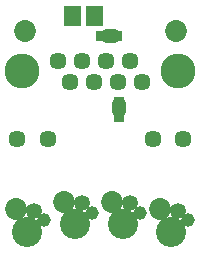
<source format=gbr>
G04 start of page 9 for group -4062 idx -4062 *
G04 Title: (unknown), soldermask *
G04 Creator: pcb 4.2.0 *
G04 CreationDate: Sun Aug 30 22:39:59 2020 UTC *
G04 For: commonadmin *
G04 Format: Gerber/RS-274X *
G04 PCB-Dimensions (mil): 1000.00 1250.00 *
G04 PCB-Coordinate-Origin: lower left *
%MOIN*%
%FSLAX25Y25*%
%LNBOTTOMMASK*%
%ADD94C,0.0200*%
%ADD93C,0.0001*%
%ADD92C,0.0454*%
%ADD91C,0.0532*%
%ADD90C,0.1005*%
%ADD89C,0.0572*%
%ADD88C,0.1162*%
%ADD87C,0.0729*%
G54D87*X33925Y41480D03*
X20787Y98504D03*
G54D88*X20000Y85000D03*
G54D89*X31929Y88543D03*
X18425Y62520D03*
X28465D03*
X63504D03*
X73543D03*
G54D87*X71181Y98504D03*
G54D88*X71969Y85000D03*
G54D89*X47992Y88543D03*
X56024D03*
X39961D03*
X43976Y81457D03*
X35945D03*
X52008D03*
X60039D03*
G54D90*X69469Y31500D03*
G54D87*X65925Y38980D03*
G54D91*X71831Y38587D03*
G54D90*X53469Y34000D03*
G54D87*X49925Y41480D03*
G54D91*X55831Y41087D03*
G54D92*X59374Y37937D03*
X75374Y35437D03*
G54D90*X37469Y34000D03*
X21469Y31500D03*
G54D87*X17925Y38980D03*
G54D91*X23831Y38587D03*
G54D92*X27374Y35437D03*
G54D91*X39831Y41087D03*
G54D92*X43374Y37937D03*
G54D93*G36*
X39742Y106752D02*X34024D01*
Y100248D01*
X39742D01*
Y106752D01*
G37*
G36*
X46828D02*X41110D01*
Y100248D01*
X46828D01*
Y106752D01*
G37*
G54D94*X47900Y98000D02*X50900D01*
X51600Y97300D01*
G54D93*G36*
X50600Y98300D02*Y96300D01*
X53100D01*
Y98300D01*
X50600D01*
G37*
G54D94*X50000Y97400D02*X50600Y98000D01*
X49400D02*X50000Y97400D01*
X47200Y97300D02*X47900Y98000D01*
G54D93*G36*
X44700Y98300D02*Y96300D01*
X48200D01*
Y98300D01*
X44700D01*
G37*
G54D94*X48200Y98000D02*X48800Y97400D01*
X49400Y98000D01*
X47900Y95400D02*X51000D01*
X47900D02*X48100D01*
X51000D02*X51600Y96000D01*
G54D93*G36*
X50600Y97000D02*Y95000D01*
X53100D01*
Y97000D01*
X50600D01*
G37*
G54D94*X47300Y96000D02*X47900Y95400D01*
G54D93*G36*
X44700Y97000D02*Y95000D01*
X48300D01*
Y97000D01*
X44700D01*
G37*
G54D94*X48100Y95400D02*X48800Y96100D01*
X49500Y95400D01*
X49300D02*X50000Y96100D01*
X50700Y95400D01*
X51000Y74400D02*Y71400D01*
Y74400D02*X51700Y75100D01*
G54D93*G36*
X52700Y76600D02*X50700D01*
Y74100D01*
X52700D01*
Y76600D01*
G37*
G54D94*X51000Y74100D02*X51600Y73500D01*
X51000Y72900D02*X51600Y73500D01*
X51000Y71400D02*X51700Y70700D01*
G54D93*G36*
X52700Y71700D02*X50700D01*
Y68200D01*
X52700D01*
Y71700D01*
G37*
G54D94*X51000D02*X51600Y72300D01*
X51000Y72900D02*X51600Y72300D01*
X53600Y74500D02*Y71400D01*
Y71600D02*Y71400D01*
X53000Y75100D02*X53600Y74500D01*
G54D93*G36*
X54000Y76600D02*X52000D01*
Y74100D01*
X54000D01*
Y76600D01*
G37*
G54D94*X53000Y70800D02*X53600Y71400D01*
G54D93*G36*
X54000Y71800D02*X52000D01*
Y68200D01*
X54000D01*
Y71800D01*
G37*
G54D94*X52900Y72300D02*X53600Y71600D01*
X52900Y72300D02*X53600Y73000D01*
X52900Y73500D02*X53600Y72800D01*
X52900Y73500D02*X53600Y74200D01*
M02*

</source>
